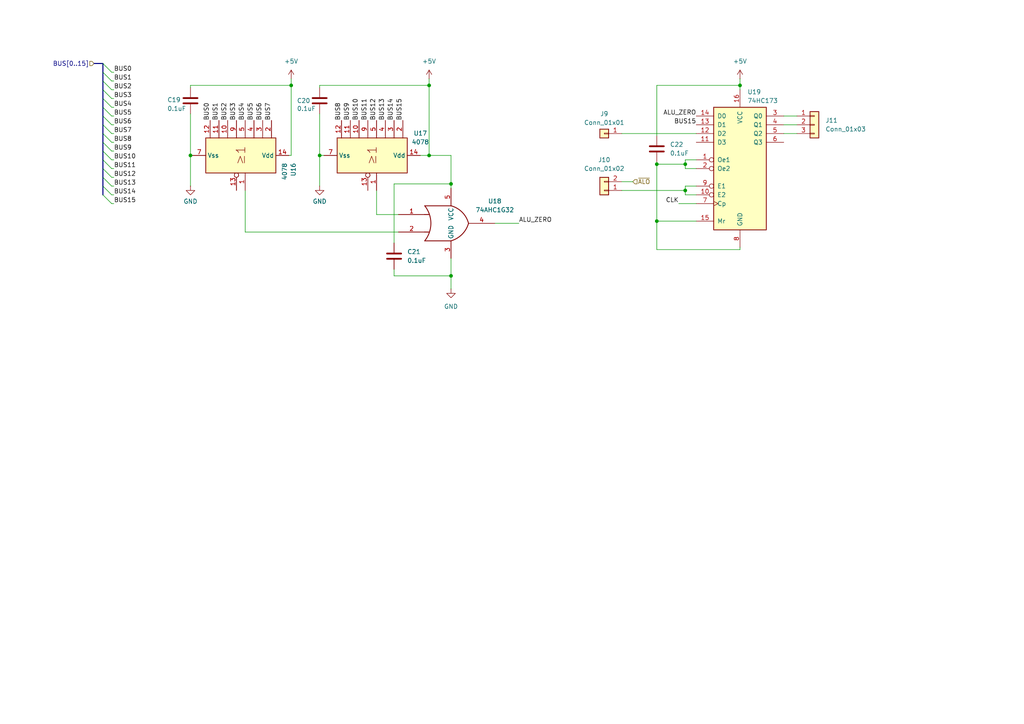
<source format=kicad_sch>
(kicad_sch (version 20250114) (generator "eeschema") (generator_version "9.0")
  (paper "A4")
  (lib_symbols
    (symbol "4xxx_IEEE:4078"
      (property "Reference" "U" (at 2.54 10.16 0))
      (property "Value" "4078" (at 5.08 -12.7 0))
      (symbol "4078_0_0"
        (rectangle (start -5.08 8.89) (end 5.08 -11.43) (stroke (width 0.254)) (fill (type background)))
        (pin power_in line (at 0 12.7 270) (length 3.81) (name "Vdd") (number "14"))
      )
      (symbol "4078_1_0"
        (text "≥1" (at 0 -1.27 0) (effects (font (size 2.54 2.54))))
        (pin power_in line (at 0 -15.24 90) (length 3.81) (name "Vss") (number "7"))
      )
      (symbol "4078_1_1"
        (pin input line (at -10.16 7.62 0) (length 5.08) (name "~") (number "2"))
        (pin input line (at -10.16 5.08 0) (length 5.08) (name "~") (number "3"))
        (pin input line (at -10.16 2.54 0) (length 5.08) (name "~") (number "4"))
        (pin input line (at -10.16 0 0) (length 5.08) (name "~") (number "5"))
        (pin input line (at -10.16 -2.54 0) (length 5.08) (name "~") (number "9"))
        (pin input line (at -10.16 -5.08 0) (length 5.08) (name "~") (number "10"))
        (pin input line (at -10.16 -7.62 0) (length 5.08) (name "~") (number "11"))
        (pin input line (at -10.16 -10.16 0) (length 5.08) (name "~") (number "12"))
        (pin no_connect line (at 5.08 5.08 180) (length 3.81) (hide yes) (name "~") (number "8"))
        (pin no_connect line (at 5.08 2.54 180) (length 3.81) (hide yes) (name "~") (number "6"))
        (pin output line (at 10.16 0 180) (length 5.08) (name "~") (number "1"))
        (pin output inverted (at 10.16 -2.54 180) (length 5.08) (name "~") (number "13"))
      )
    )
    (symbol "74xGxx:74AHC1G32"
      (property "Reference" "U" (at -2.54 3.81 0))
      (property "Value" "74AHC1G32" (at 0 -3.81 0))
      (symbol "74AHC1G32_0_1"
        (arc (start -7.62 5.08) (mid -5.838 0) (end -7.62 -5.08) (stroke (width 0.254)))
        (polyline (pts (xy -7.62 2.54) (xy -6.35 2.54)) (stroke (width 0.254)) (fill (type background)))
        (polyline (pts (xy -7.62 -2.54) (xy -6.35 -2.54)) (stroke (width 0.254)) (fill (type background)))
        (arc (start 5.08 0) (mid 3.202 -3.202) (end 0 -5.08) (stroke (width 0.254)))
        (arc (start 0 5.08) (mid 3.2271 3.2271) (end 5.08 0) (stroke (width 0.254)))
        (polyline (pts (xy 0 5.08) (xy -7.62 5.08)) (stroke (width 0.254)) (fill (type background)))
        (polyline (pts (xy 0 -5.08) (xy -7.62 -5.08)) (stroke (width 0.254)) (fill (type background)))
      )
      (symbol "74AHC1G32_1_1"
        (pin input line (at -15.24 2.54 0) (length 7.62) (name "~") (number "1"))
        (pin input line (at -15.24 -2.54 0) (length 7.62) (name "~") (number "2"))
        (pin power_in line (at 0 10.16 270) (length 5.08) (name "VCC") (number "5"))
        (pin power_in line (at 0 -10.16 90) (length 5.08) (name "GND") (number "3"))
        (pin output line (at 12.7 0 180) (length 7.62) (name "~") (number "4"))
      )
    )
    (symbol "74xx:74HC173" (pin_names (offset 1.016))
      (property "Reference" "U" (at -7.62 19.05 0))
      (property "Value" "74HC173" (at -7.62 -19.05 0))
      (symbol "74HC173_1_0"
        (pin input line (at -12.7 15.24 0) (length 5.08) (name "D0") (number "14"))
        (pin input line (at -12.7 12.7 0) (length 5.08) (name "D1") (number "13"))
        (pin input line (at -12.7 10.16 0) (length 5.08) (name "D2") (number "12"))
        (pin input line (at -12.7 7.62 0) (length 5.08) (name "D3") (number "11"))
        (pin input inverted (at -12.7 2.54 0) (length 5.08) (name "Oe1") (number "1"))
        (pin input inverted (at -12.7 0 0) (length 5.08) (name "Oe2") (number "2"))
        (pin input inverted (at -12.7 -5.08 0) (length 5.08) (name "E1") (number "9"))
        (pin input inverted (at -12.7 -7.62 0) (length 5.08) (name "E2") (number "10"))
        (pin input clock (at -12.7 -10.16 0) (length 5.08) (name "Cp") (number "7"))
        (pin input line (at -12.7 -15.24 0) (length 5.08) (name "Mr") (number "15"))
        (pin power_in line (at 0 22.86 270) (length 5.08) (name "VCC") (number "16"))
        (pin power_in line (at 0 -22.86 90) (length 5.08) (name "GND") (number "8"))
        (pin tri_state line (at 12.7 15.24 180) (length 5.08) (name "Q0") (number "3"))
        (pin tri_state line (at 12.7 12.7 180) (length 5.08) (name "Q1") (number "4"))
        (pin tri_state line (at 12.7 10.16 180) (length 5.08) (name "Q2") (number "5"))
        (pin tri_state line (at 12.7 7.62 180) (length 5.08) (name "Q3") (number "6"))
      )
      (symbol "74HC173_1_1"
        (rectangle (start -7.62 17.78) (end 7.62 -17.78) (stroke (width 0.254)) (fill (type background)))
      )
    )
    (symbol "Connector_Generic:Conn_01x01" (pin_names (offset 1.016) (hide yes))
      (property "Reference" "J" (at 0 2.54 0))
      (property "Value" "Conn_01x01" (at 0 -2.54 0))
      (symbol "Conn_01x01_1_1"
        (rectangle (start -1.27 1.27) (end 1.27 -1.27) (stroke (width 0.254)) (fill (type background)))
        (rectangle (start -1.27 0.127) (end 0 -0.127) (stroke (width 0.1524)))
        (pin passive line (at -5.08 0 0) (length 3.81) (name "Pin_1") (number "1"))
      )
    )
    (symbol "Connector_Generic:Conn_01x02" (pin_names (offset 1.016) (hide yes))
      (property "Reference" "J" (at 0 2.54 0))
      (property "Value" "Conn_01x02" (at 0 -5.08 0))
      (symbol "Conn_01x02_1_1"
        (rectangle (start -1.27 1.27) (end 1.27 -3.81) (stroke (width 0.254)) (fill (type background)))
        (rectangle (start -1.27 0.127) (end 0 -0.127) (stroke (width 0.1524)))
        (rectangle (start -1.27 -2.413) (end 0 -2.667) (stroke (width 0.1524)))
        (pin passive line (at -5.08 0 0) (length 3.81) (name "Pin_1") (number "1"))
        (pin passive line (at -5.08 -2.54 0) (length 3.81) (name "Pin_2") (number "2"))
      )
    )
    (symbol "Connector_Generic:Conn_01x03" (pin_names (offset 1.016) (hide yes))
      (property "Reference" "J" (at 0 5.08 0))
      (property "Value" "Conn_01x03" (at 0 -5.08 0))
      (symbol "Conn_01x03_1_1"
        (rectangle (start -1.27 3.81) (end 1.27 -3.81) (stroke (width 0.254)) (fill (type background)))
        (rectangle (start -1.27 2.667) (end 0 2.413) (stroke (width 0.1524)))
        (rectangle (start -1.27 0.127) (end 0 -0.127) (stroke (width 0.1524)))
        (rectangle (start -1.27 -2.413) (end 0 -2.667) (stroke (width 0.1524)))
        (pin passive line (at -5.08 2.54 0) (length 3.81) (name "Pin_1") (number "1"))
        (pin passive line (at -5.08 0 0) (length 3.81) (name "Pin_2") (number "2"))
        (pin passive line (at -5.08 -2.54 0) (length 3.81) (name "Pin_3") (number "3"))
      )
    )
    (symbol "Device:C" (pin_numbers (hide yes)) (pin_names (offset 0.254))
      (property "Reference" "C" (at 0.635 2.54 0))
      (property "Value" "C" (at 0.635 -2.54 0))
      (symbol "C_0_1"
        (polyline (pts (xy -2.032 0.762) (xy 2.032 0.762)) (stroke (width 0.508)))
        (polyline (pts (xy -2.032 -0.762) (xy 2.032 -0.762)) (stroke (width 0.508)))
      )
      (symbol "C_1_1"
        (pin passive line (at 0 3.81 270) (length 2.794) (name "~") (number "1"))
        (pin passive line (at 0 -3.81 90) (length 2.794) (name "~") (number "2"))
      )
    )
    (symbol "power:+5V" (power) (pin_numbers (hide yes)) (pin_names (offset 0) (hide yes))
      (property "Value" "+5V" (at 0 3.556 0))
      (symbol "+5V_0_1"
        (polyline (pts (xy -0.762 1.27) (xy 0 2.54)))
        (polyline (pts (xy 0 2.54) (xy 0.762 1.27)))
        (polyline (pts (xy 0 0) (xy 0 2.54)))
      )
      (symbol "+5V_1_1"
        (pin power_in line (at 0 0 90) (length 0) (name "~") (number "1"))
      )
    )
    (symbol "power:GND" (power) (pin_numbers (hide yes)) (pin_names (offset 0) (hide yes))
      (property "Value" "GND" (at 0 -3.81 0))
      (symbol "GND_0_1"
        (polyline (pts (xy 0 0) (xy 0 -1.27) (xy 1.27 -1.27) (xy 0 -2.54) (xy -1.27 -1.27) (xy 0 -1.27)))
      )
      (symbol "GND_1_1"
        (pin power_in line (at 0 0 270) (length 0) (name "~") (number "1"))
      )
    )
  )
  (junction (at 92.71 45.085))
  (junction (at 55.245 45.085))
  (junction (at 190.5 47.625))
  (junction (at 130.81 80.01))
  (junction (at 190.5 64.135))
  (junction (at 198.755 55.245))
  (junction (at 84.455 24.765))
  (junction (at 214.63 24.765))
  (junction (at 124.46 45.085))
  (junction (at 130.81 53.34))
  (junction (at 198.755 47.625))
  (junction (at 124.46 24.765))
  (bus_entry (at 29.845 48.895) (size 2.54 2.54))
  (bus_entry (at 29.845 36.195) (size 2.54 2.54))
  (bus_entry (at 29.845 31.115) (size 2.54 2.54))
  (bus_entry (at 29.845 18.415) (size 2.54 2.54))
  (bus_entry (at 29.845 41.275) (size 2.54 2.54))
  (bus_entry (at 29.845 53.975) (size 2.54 2.54))
  (bus_entry (at 29.845 38.735) (size 2.54 2.54))
  (bus_entry (at 29.845 28.575) (size 2.54 2.54))
  (bus_entry (at 29.845 43.815) (size 2.54 2.54))
  (bus_entry (at 29.845 20.955) (size 2.54 2.54))
  (bus_entry (at 29.845 33.655) (size 2.54 2.54))
  (bus_entry (at 29.845 46.355) (size 2.54 2.54))
  (bus_entry (at 29.845 26.035) (size 2.54 2.54))
  (bus_entry (at 29.845 51.435) (size 2.54 2.54))
  (bus_entry (at 29.845 23.495) (size 2.54 2.54))
  (bus_entry (at 29.845 56.515) (size 2.54 2.54))
  (wire (pts (xy 114.3 70.485) (xy 114.3 53.34)))
  (wire (pts (xy 32.385 26.035) (xy 33.02 26.035)))
  (bus (pts (xy 29.845 51.435) (xy 29.845 53.975)))
  (wire (pts (xy 32.385 28.575) (xy 33.02 28.575)))
  (wire (pts (xy 55.245 45.085) (xy 55.88 45.085)))
  (wire (pts (xy 180.34 55.245) (xy 198.755 55.245)))
  (wire (pts (xy 55.245 53.975) (xy 55.245 45.085)))
  (wire (pts (xy 180.34 38.735) (xy 201.93 38.735)))
  (wire (pts (xy 92.71 24.765) (xy 92.71 25.4)))
  (wire (pts (xy 130.81 45.085) (xy 130.81 53.34)))
  (bus (pts (xy 29.845 20.955) (xy 29.845 23.495)))
  (wire (pts (xy 84.455 24.765) (xy 84.455 45.085)))
  (wire (pts (xy 84.455 22.86) (xy 84.455 24.765)))
  (wire (pts (xy 114.3 53.34) (xy 130.81 53.34)))
  (wire (pts (xy 32.385 31.115) (xy 33.02 31.115)))
  (wire (pts (xy 198.755 47.625) (xy 190.5 47.625)))
  (wire (pts (xy 214.63 24.765) (xy 214.63 26.035)))
  (wire (pts (xy 32.385 43.815) (xy 33.02 43.815)))
  (bus (pts (xy 29.845 46.355) (xy 29.845 48.895)))
  (wire (pts (xy 32.385 20.955) (xy 33.02 20.955)))
  (wire (pts (xy 196.85 59.055) (xy 201.93 59.055)))
  (wire (pts (xy 198.755 55.245) (xy 198.755 53.975)))
  (bus (pts (xy 29.845 23.495) (xy 29.845 26.035)))
  (wire (pts (xy 32.385 38.735) (xy 33.02 38.735)))
  (wire (pts (xy 32.385 59.055) (xy 33.02 59.055)))
  (wire (pts (xy 201.93 56.515) (xy 198.755 56.515)))
  (wire (pts (xy 143.51 64.77) (xy 150.495 64.77)))
  (wire (pts (xy 227.33 38.735) (xy 231.14 38.735)))
  (wire (pts (xy 198.755 56.515) (xy 198.755 55.245)))
  (wire (pts (xy 214.63 22.86) (xy 214.63 24.765)))
  (wire (pts (xy 130.81 74.93) (xy 130.81 80.01)))
  (wire (pts (xy 198.755 47.625) (xy 198.755 46.355)))
  (wire (pts (xy 198.755 46.355) (xy 201.93 46.355)))
  (wire (pts (xy 109.22 62.23) (xy 115.57 62.23)))
  (wire (pts (xy 92.71 53.975) (xy 92.71 45.085)))
  (wire (pts (xy 130.81 53.34) (xy 130.81 54.61)))
  (wire (pts (xy 32.385 41.275) (xy 33.02 41.275)))
  (bus (pts (xy 29.845 28.575) (xy 29.845 31.115)))
  (wire (pts (xy 92.71 24.765) (xy 124.46 24.765)))
  (wire (pts (xy 32.385 23.495) (xy 33.02 23.495)))
  (wire (pts (xy 114.3 80.01) (xy 130.81 80.01)))
  (bus (pts (xy 29.845 38.735) (xy 29.845 41.275)))
  (wire (pts (xy 190.5 47.625) (xy 190.5 64.135)))
  (bus (pts (xy 29.845 41.275) (xy 29.845 43.815)))
  (wire (pts (xy 114.3 78.105) (xy 114.3 80.01)))
  (wire (pts (xy 92.71 45.085) (xy 93.98 45.085)))
  (wire (pts (xy 32.385 46.355) (xy 33.02 46.355)))
  (wire (pts (xy 190.5 39.37) (xy 190.5 24.765)))
  (wire (pts (xy 32.385 36.195) (xy 33.02 36.195)))
  (wire (pts (xy 55.245 24.765) (xy 84.455 24.765)))
  (wire (pts (xy 32.385 48.895) (xy 33.02 48.895)))
  (wire (pts (xy 190.5 24.765) (xy 214.63 24.765)))
  (wire (pts (xy 190.5 72.39) (xy 214.63 72.39)))
  (wire (pts (xy 201.93 48.895) (xy 198.755 48.895)))
  (wire (pts (xy 71.12 67.31) (xy 71.12 55.245)))
  (wire (pts (xy 190.5 46.99) (xy 190.5 47.625)))
  (wire (pts (xy 198.755 53.975) (xy 201.93 53.975)))
  (wire (pts (xy 32.385 56.515) (xy 33.02 56.515)))
  (bus (pts (xy 29.845 31.115) (xy 29.845 33.655)))
  (wire (pts (xy 124.46 45.085) (xy 130.81 45.085)))
  (bus (pts (xy 29.845 26.035) (xy 29.845 28.575)))
  (wire (pts (xy 124.46 22.86) (xy 124.46 24.765)))
  (wire (pts (xy 124.46 45.085) (xy 121.92 45.085)))
  (wire (pts (xy 227.33 36.195) (xy 231.14 36.195)))
  (bus (pts (xy 29.845 53.975) (xy 29.845 56.515)))
  (wire (pts (xy 84.455 45.085) (xy 83.82 45.085)))
  (wire (pts (xy 55.245 24.765) (xy 55.245 25.4)))
  (wire (pts (xy 32.385 53.975) (xy 33.02 53.975)))
  (wire (pts (xy 198.755 48.895) (xy 198.755 47.625)))
  (wire (pts (xy 92.71 33.02) (xy 92.71 45.085)))
  (wire (pts (xy 109.22 55.245) (xy 109.22 62.23)))
  (wire (pts (xy 115.57 67.31) (xy 71.12 67.31)))
  (wire (pts (xy 130.81 80.01) (xy 130.81 83.82)))
  (wire (pts (xy 32.385 51.435) (xy 33.02 51.435)))
  (wire (pts (xy 55.245 33.02) (xy 55.245 45.085)))
  (wire (pts (xy 180.34 52.705) (xy 183.515 52.705)))
  (wire (pts (xy 227.33 33.655) (xy 231.14 33.655)))
  (wire (pts (xy 190.5 64.135) (xy 201.93 64.135)))
  (bus (pts (xy 29.845 18.415) (xy 29.845 20.955)))
  (bus (pts (xy 29.845 48.895) (xy 29.845 51.435)))
  (wire (pts (xy 214.63 72.39) (xy 214.63 71.755)))
  (wire (pts (xy 32.385 33.655) (xy 33.02 33.655)))
  (wire (pts (xy 190.5 64.135) (xy 190.5 72.39)))
  (bus (pts (xy 29.845 33.655) (xy 29.845 36.195)))
  (wire (pts (xy 124.46 24.765) (xy 124.46 45.085)))
  (bus (pts (xy 29.845 36.195) (xy 29.845 38.735)))
  (bus (pts (xy 29.845 43.815) (xy 29.845 46.355)))
  (bus (pts (xy 27.305 18.415) (xy 29.845 18.415)))
  (label "BUS0" (at 60.96 34.925 90))
  (label "BUS2" (at 33.02 26.035 0))
  (label "BUS1" (at 33.02 23.495 0))
  (label "BUS5" (at 33.02 33.655 0))
  (label "BUS6" (at 33.02 36.195 0))
  (label "BUS13" (at 111.76 34.925 90))
  (label "BUS4" (at 71.12 34.925 90))
  (label "BUS11" (at 33.02 48.895 0))
  (label "BUS12" (at 33.02 51.435 0))
  (label "BUS15" (at 116.84 34.925 90))
  (label "ALU_ZERO" (at 150.495 64.77 0))
  (label "BUS8" (at 99.06 34.925 90))
  (label "BUS14" (at 33.02 56.515 0))
  (label "BUS0" (at 33.02 20.955 0))
  (label "BUS15" (at 33.02 59.055 0))
  (label "BUS3" (at 68.58 34.925 90))
  (label "BUS9" (at 33.02 43.815 0))
  (label "BUS4" (at 33.02 31.115 0))
  (label "BUS14" (at 114.3 34.925 90))
  (label "BUS13" (at 33.02 53.975 0))
  (label "CLK" (at 196.85 59.055 180))
  (label "BUS9" (at 101.6 34.925 90))
  (label "BUS12" (at 109.22 34.925 90))
  (label "BUS3" (at 33.02 28.575 0))
  (label "BUS10" (at 104.14 34.925 90))
  (label "BUS7" (at 33.02 38.735 0))
  (label "BUS6" (at 76.2 34.925 90))
  (label "BUS15" (at 201.93 36.195 180))
  (label "BUS1" (at 63.5 34.925 90))
  (label "BUS10" (at 33.02 46.355 0))
  (label "BUS8" (at 33.02 41.275 0))
  (label "BUS7" (at 78.74 34.925 90))
  (label "BUS11" (at 106.68 34.925 90))
  (label "ALU_ZERO" (at 201.93 33.655 180))
  (label "BUS5" (at 73.66 34.925 90))
  (label "BUS2" (at 66.04 34.925 90))
  (hierarchical_label "BUS[0..15]" (shape input) (at 27.305 18.415 180))
  (hierarchical_label "~{ALO}" (shape input) (at 183.515 52.705 0))
  (symbol (lib_id "Device:C") (at 55.245 29.21 0) (unit 1)
    (property "Reference" "C19" (at 48.514 28.956 0) (effects (justify left)))
    (property "Value" "0.1uF" (at 48.514 31.496 0) (effects (justify left)))
    (property "Footprint" "Capacitor_SMD:C_0603_1608Metric" (effects (hide yes)))
    (property "Description" "Unpolarized capacitor" (effects (hide yes)))
  )
  (symbol (lib_id "Device:C") (at 92.71 29.21 0) (unit 1)
    (property "Reference" "C20" (at 86.106 29.21 0) (effects (justify left)))
    (property "Value" "0.1uF" (at 86.106 31.496 0) (effects (justify left)))
    (property "Footprint" "Capacitor_SMD:C_0603_1608Metric" (effects (hide yes)))
    (property "Description" "Unpolarized capacitor" (effects (hide yes)))
  )
  (symbol (lib_id "power:GND") (at 92.71 53.975 0) (unit 1)
    (property "Reference" "#PWR022" (effects (hide yes)))
    (property "Value" "GND" (at 92.71 58.42 0))
    (property "Description" "Power symbol creates a global label with name \"GND\" , ground" (effects (hide yes)))
  )
  (symbol (lib_id "Device:C") (at 114.3 74.295 0) (unit 1)
    (property "Reference" "C21" (at 118.11 73.0249 0) (effects (justify left)))
    (property "Value" "0.1uF" (at 118.11 75.5649 0) (effects (justify left)))
    (property "Footprint" "Capacitor_SMD:C_0603_1608Metric" (effects (hide yes)))
    (property "Description" "Unpolarized capacitor" (effects (hide yes)))
  )
  (symbol (lib_id "Connector_Generic:Conn_01x01") (at 175.26 38.735 180) (unit 1)
    (property "Reference" "J9" (at 175.26 33.02 0))
    (property "Value" "Conn_01x01" (at 175.26 35.56 0))
    (property "Footprint" "Connector_PinHeader_2.54mm:PinHeader_1x01_P2.54mm_Vertical" (effects (hide yes)))
    (property "Description" "Generic connector, single row, 01x01, script generated (kicad-library-utils/schlib/autogen/connector/)" (effects (hide yes)))
  )
  (symbol (lib_id "power:+5V") (at 124.46 22.86 0) (unit 1)
    (property "Reference" "#PWR023" (effects (hide yes)))
    (property "Value" "+5V" (at 124.46 17.78 0))
    (property "Description" "Power symbol creates a global label with name \"+5V\"" (effects (hide yes)))
  )
  (symbol (lib_id "Device:C") (at 190.5 43.18 0) (unit 1)
    (property "Reference" "C22" (at 194.31 41.9099 0) (effects (justify left)))
    (property "Value" "0.1uF" (at 194.31 44.4499 0) (effects (justify left)))
    (property "Footprint" "Capacitor_SMD:C_0603_1608Metric" (effects (hide yes)))
    (property "Description" "Unpolarized capacitor" (effects (hide yes)))
  )
  (symbol (lib_id "Connector_Generic:Conn_01x03") (at 236.22 36.195 0) (unit 1)
    (property "Reference" "J11" (at 239.395 34.9249 0) (effects (justify left)))
    (property "Value" "Conn_01x03" (at 239.395 37.4649 0) (effects (justify left)))
    (property "Footprint" "Connector_PinHeader_2.54mm:PinHeader_1x03_P2.54mm_Vertical" (effects (hide yes)))
    (property "Description" "Generic connector, single row, 01x03, script generated (kicad-library-utils/schlib/autogen/connector/)" (effects (hide yes)))
  )
  (symbol (lib_id "power:GND") (at 130.81 83.82 0) (unit 1)
    (property "Reference" "#PWR024" (effects (hide yes)))
    (property "Value" "GND" (at 130.81 88.9 0))
    (property "Description" "Power symbol creates a global label with name \"GND\" , ground" (effects (hide yes)))
  )
  (symbol (lib_id "4xxx_IEEE:4078") (at 109.22 45.085 270) (unit 1)
    (property "Reference" "U17" (at 121.92 38.6648 90))
    (property "Value" "4078" (at 121.92 41.2048 90))
    (property "Footprint" "Package_SO:SOIC-16_3.9x9.9mm_P1.27mm" (effects (hide yes)))
    (property "Datasheet" "https://www.ti.com/lit/ds/symlink/cd4078b.pdf" (effects (hide yes)))
    (property "Description" "8-input OR/NOR gate" (effects (hide yes)))
  )
  (symbol (lib_id "power:+5V") (at 84.455 22.86 0) (unit 1)
    (property "Reference" "#PWR019" (effects (hide yes)))
    (property "Value" "+5V" (at 84.455 17.78 0))
    (property "Description" "Power symbol creates a global label with name \"+5V\"" (effects (hide yes)))
  )
  (symbol (lib_id "74xGxx:74AHC1G32") (at 130.81 64.77 0) (unit 1)
    (property "Reference" "U18" (at 143.51 58.3498 0))
    (property "Value" "74AHC1G32" (at 143.51 60.8898 0))
    (property "Footprint" "Package_TO_SOT_SMD:SOT-23-5" (effects (hide yes)))
    (property "Datasheet" "http://www.ti.com/lit/sg/scyt129e/scyt129e.pdf" (effects (hide yes)))
    (property "Description" "Single OR Gate, Low-Voltage CMOS" (effects (hide yes)))
  )
  (symbol (lib_id "4xxx_IEEE:4078") (at 71.12 45.085 270) (unit 1)
    (property "Reference" "U16" (at 85.09 47.2283 0) (effects (justify left)))
    (property "Value" "4078" (at 82.55 47.2283 0) (effects (justify left)))
    (property "Footprint" "Package_SO:SOIC-16_3.9x9.9mm_P1.27mm" (effects (hide yes)))
    (property "Datasheet" "https://www.ti.com/lit/ds/symlink/cd4078b.pdf" (effects (hide yes)))
    (property "Description" "8-input OR/NOR gate" (effects (hide yes)))
  )
  (symbol (lib_id "power:GND") (at 55.245 53.975 0) (unit 1)
    (property "Reference" "#PWR021" (effects (hide yes)))
    (property "Value" "GND" (at 55.245 58.42 0))
    (property "Description" "Power symbol creates a global label with name \"GND\" , ground" (effects (hide yes)))
  )
  (symbol (lib_id "74xx:74HC173") (at 214.63 48.895 0) (unit 1)
    (property "Reference" "U19" (at 216.7733 26.67 0) (effects (justify left)))
    (property "Value" "74HC173" (at 216.7733 29.21 0) (effects (justify left)))
    (property "Footprint" "Package_SO:SOIC-16_3.9x9.9mm_P1.27mm" (effects (hide yes)))
    (property "Datasheet" "https://www.ti.com/lit/ds/symlink/cd74hc173.pdf" (effects (hide yes)))
    (property "Description" "4-bit D-type Register, 3 state out" (effects (hide yes)))
  )
  (symbol (lib_id "power:+5V") (at 214.63 22.86 0) (unit 1)
    (property "Reference" "#PWR025" (effects (hide yes)))
    (property "Value" "+5V" (at 214.63 17.78 0))
    (property "Description" "Power symbol creates a global label with name \"+5V\"" (effects (hide yes)))
  )
  (symbol (lib_id "Connector_Generic:Conn_01x02") (at 175.26 55.245 180) (unit 1)
    (property "Reference" "J10" (at 175.26 46.355 0))
    (property "Value" "Conn_01x02" (at 175.26 48.895 0))
    (property "Footprint" "Connector_PinHeader_2.54mm:PinHeader_1x02_P2.54mm_Vertical" (effects (hide yes)))
    (property "Description" "Generic connector, single row, 01x02, script generated (kicad-library-utils/schlib/autogen/connector/)" (effects (hide yes)))
  )
)
</source>
